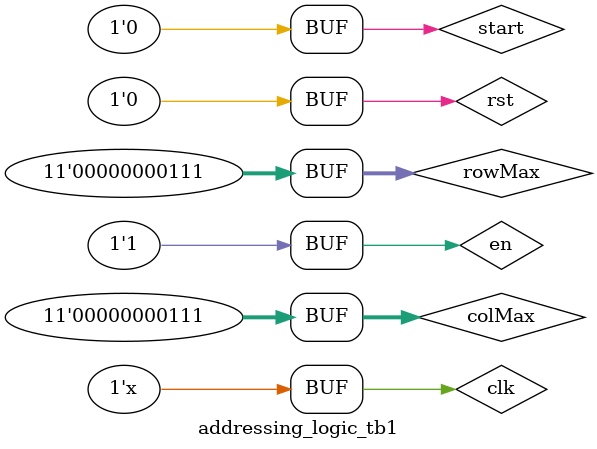
<source format=v>
`timescale 1ns / 1ps


module addressing_logic_tb1;

	// Inputs
	reg clk;
	reg rst;
	reg start;
	reg [10:0] rowMax;
	reg [10:0] colMax;
	reg en;

	// Outputs
	wire [21:0] address;
	wire addressValid;
	wire ready;
	wire rowUpdateFlag;
	wire colUpdateFlag;
	wire [10:0] row;
	wire [10:0] col;

	// Instantiate the Unit Under Test (UUT)
	addressing_logic uut (
		.clk(clk), 
		.rst(rst), 
		.start(start), 
		.rowMax(rowMax), 
		.colMax(colMax), 
		.en(en), 
		.address(address), 
		.addressValid(addressValid), 
		.ready(ready), 
		.rowUpdateFlag(rowUpdateFlag), 
		.colUpdateFlag(colUpdateFlag), 
		.row(row), 
		.col(col)
	);

	initial begin
		// Initialize Inputs
		clk = 0;
		rst = 1; 
		start = 1;
		rowMax = 11'd7;
		colMax = 11'd7;
		en = 1;

		// Wait 100 ns for global reset to finish
		#20;
		rst=0;
		#20
		start =0;
		
        
		// Add stimulus here

	end

always #10
begin
clk=~clk;
end 
      
endmodule


</source>
